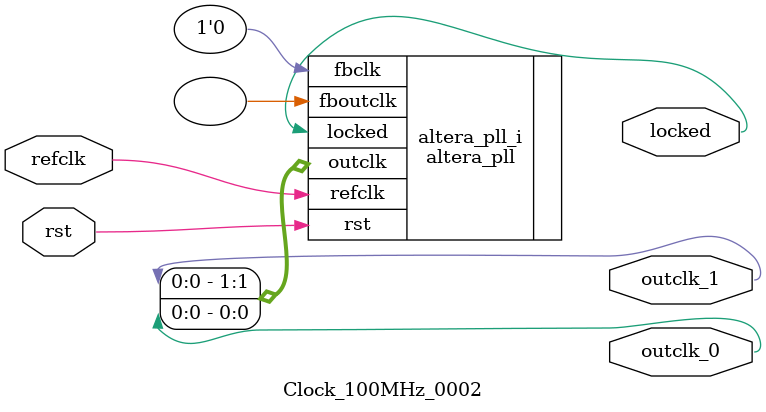
<source format=v>
`timescale 1ns/10ps
module  Clock_100MHz_0002(

	// interface 'refclk'
	input wire refclk,

	// interface 'reset'
	input wire rst,

	// interface 'outclk0'
	output wire outclk_0,

	// interface 'outclk1'
	output wire outclk_1,

	// interface 'locked'
	output wire locked
);

	altera_pll #(
		.fractional_vco_multiplier("false"),
		.reference_clock_frequency("50.0 MHz"),
		.operation_mode("direct"),
		.number_of_clocks(2),
		.output_clock_frequency0("50.000000 MHz"),
		.phase_shift0("0 ps"),
		.duty_cycle0(50),
		.output_clock_frequency1("100.000000 MHz"),
		.phase_shift1("0 ps"),
		.duty_cycle1(50),
		.output_clock_frequency2("0 MHz"),
		.phase_shift2("0 ps"),
		.duty_cycle2(50),
		.output_clock_frequency3("0 MHz"),
		.phase_shift3("0 ps"),
		.duty_cycle3(50),
		.output_clock_frequency4("0 MHz"),
		.phase_shift4("0 ps"),
		.duty_cycle4(50),
		.output_clock_frequency5("0 MHz"),
		.phase_shift5("0 ps"),
		.duty_cycle5(50),
		.output_clock_frequency6("0 MHz"),
		.phase_shift6("0 ps"),
		.duty_cycle6(50),
		.output_clock_frequency7("0 MHz"),
		.phase_shift7("0 ps"),
		.duty_cycle7(50),
		.output_clock_frequency8("0 MHz"),
		.phase_shift8("0 ps"),
		.duty_cycle8(50),
		.output_clock_frequency9("0 MHz"),
		.phase_shift9("0 ps"),
		.duty_cycle9(50),
		.output_clock_frequency10("0 MHz"),
		.phase_shift10("0 ps"),
		.duty_cycle10(50),
		.output_clock_frequency11("0 MHz"),
		.phase_shift11("0 ps"),
		.duty_cycle11(50),
		.output_clock_frequency12("0 MHz"),
		.phase_shift12("0 ps"),
		.duty_cycle12(50),
		.output_clock_frequency13("0 MHz"),
		.phase_shift13("0 ps"),
		.duty_cycle13(50),
		.output_clock_frequency14("0 MHz"),
		.phase_shift14("0 ps"),
		.duty_cycle14(50),
		.output_clock_frequency15("0 MHz"),
		.phase_shift15("0 ps"),
		.duty_cycle15(50),
		.output_clock_frequency16("0 MHz"),
		.phase_shift16("0 ps"),
		.duty_cycle16(50),
		.output_clock_frequency17("0 MHz"),
		.phase_shift17("0 ps"),
		.duty_cycle17(50),
		.pll_type("General"),
		.pll_subtype("General")
	) altera_pll_i (
		.rst	(rst),
		.outclk	({outclk_1, outclk_0}),
		.locked	(locked),
		.fboutclk	( ),
		.fbclk	(1'b0),
		.refclk	(refclk)
	);
endmodule


</source>
